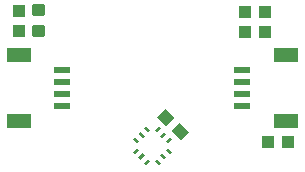
<source format=gtp>
G04 EAGLE Gerber RS-274X export*
G75*
%MOMM*%
%FSLAX34Y34*%
%LPD*%
%INSolderpaste Top*%
%IPPOS*%
%AMOC8*
5,1,8,0,0,1.08239X$1,22.5*%
G01*
%ADD10C,0.300000*%
%ADD11R,2.000000X1.200000*%
%ADD12R,1.350000X0.600000*%
%ADD13R,1.000000X1.100000*%
%ADD14R,0.250000X0.500000*%
%ADD15R,1.100000X1.000000*%


D10*
X26980Y178880D02*
X33980Y178880D01*
X33980Y171880D01*
X26980Y171880D01*
X26980Y178880D01*
X26980Y174730D02*
X33980Y174730D01*
X33980Y177580D02*
X26980Y177580D01*
X26980Y196420D02*
X33980Y196420D01*
X33980Y189420D01*
X26980Y189420D01*
X26980Y196420D01*
X26980Y192270D02*
X33980Y192270D01*
X33980Y195120D02*
X26980Y195120D01*
D11*
X14050Y155000D03*
X14050Y99000D03*
D12*
X50800Y142000D03*
X50800Y132000D03*
X50800Y122000D03*
X50800Y112000D03*
D11*
X239950Y99000D03*
X239950Y155000D03*
D12*
X203200Y112000D03*
X203200Y122000D03*
X203200Y132000D03*
X203200Y142000D03*
D13*
X222250Y174770D03*
X222250Y191770D03*
X205740Y174770D03*
X205740Y191770D03*
X13970Y192260D03*
X13970Y175260D03*
D14*
G36*
X134176Y63715D02*
X132408Y61947D01*
X128874Y65481D01*
X130642Y67249D01*
X134176Y63715D01*
G37*
G36*
X138773Y68311D02*
X137005Y66543D01*
X133471Y70077D01*
X135239Y71845D01*
X138773Y68311D01*
G37*
G36*
X143369Y72907D02*
X141601Y71139D01*
X138067Y74673D01*
X139835Y76441D01*
X143369Y72907D01*
G37*
G36*
X141601Y85634D02*
X143369Y83866D01*
X139835Y80332D01*
X138067Y82100D01*
X141601Y85634D01*
G37*
G36*
X137005Y90230D02*
X138773Y88462D01*
X135239Y84928D01*
X133471Y86696D01*
X137005Y90230D01*
G37*
G36*
X132408Y94826D02*
X134176Y93058D01*
X130642Y89524D01*
X128874Y91292D01*
X132408Y94826D01*
G37*
G36*
X119682Y93058D02*
X121450Y94826D01*
X124984Y91292D01*
X123216Y89524D01*
X119682Y93058D01*
G37*
G36*
X115086Y88462D02*
X116854Y90230D01*
X120388Y86696D01*
X118620Y84928D01*
X115086Y88462D01*
G37*
G36*
X110490Y83866D02*
X112258Y85634D01*
X115792Y82100D01*
X114024Y80332D01*
X110490Y83866D01*
G37*
G36*
X112258Y71139D02*
X110490Y72907D01*
X114024Y76441D01*
X115792Y74673D01*
X112258Y71139D01*
G37*
G36*
X116854Y66543D02*
X115086Y68311D01*
X118620Y71845D01*
X120388Y70077D01*
X116854Y66543D01*
G37*
G36*
X121450Y61947D02*
X119682Y63715D01*
X123216Y67249D01*
X124984Y65481D01*
X121450Y61947D01*
G37*
D15*
G36*
X150111Y97597D02*
X157888Y89820D01*
X150817Y82749D01*
X143040Y90526D01*
X150111Y97597D01*
G37*
G36*
X138091Y109618D02*
X145868Y101841D01*
X138797Y94770D01*
X131020Y102547D01*
X138091Y109618D01*
G37*
X241926Y81788D03*
X224926Y81788D03*
M02*

</source>
